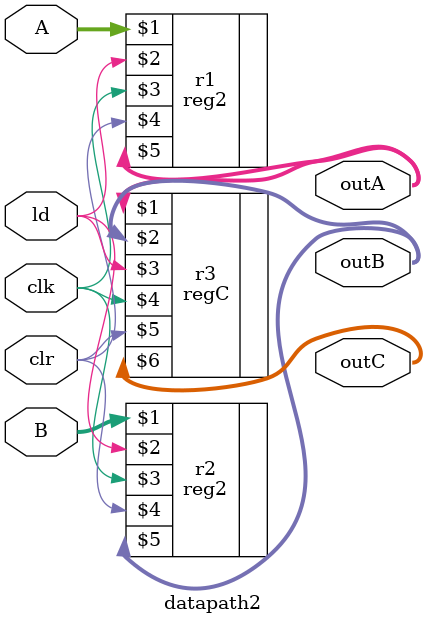
<source format=v>
`timescale 1ns / 1ps

module datapath2(A,B,ld,clr,clk,outA,outB,outC);
input wire[7:0]A,B;
input ld,clr,clk;
output [7:0]outA,outB,outC;

reg2 r1(A,ld,clk,clr,outA);
reg2 r2(B,ld,clk,clr,outB);
regC r3(outA,outB,ld,clk,clr,outC);

endmodule

</source>
